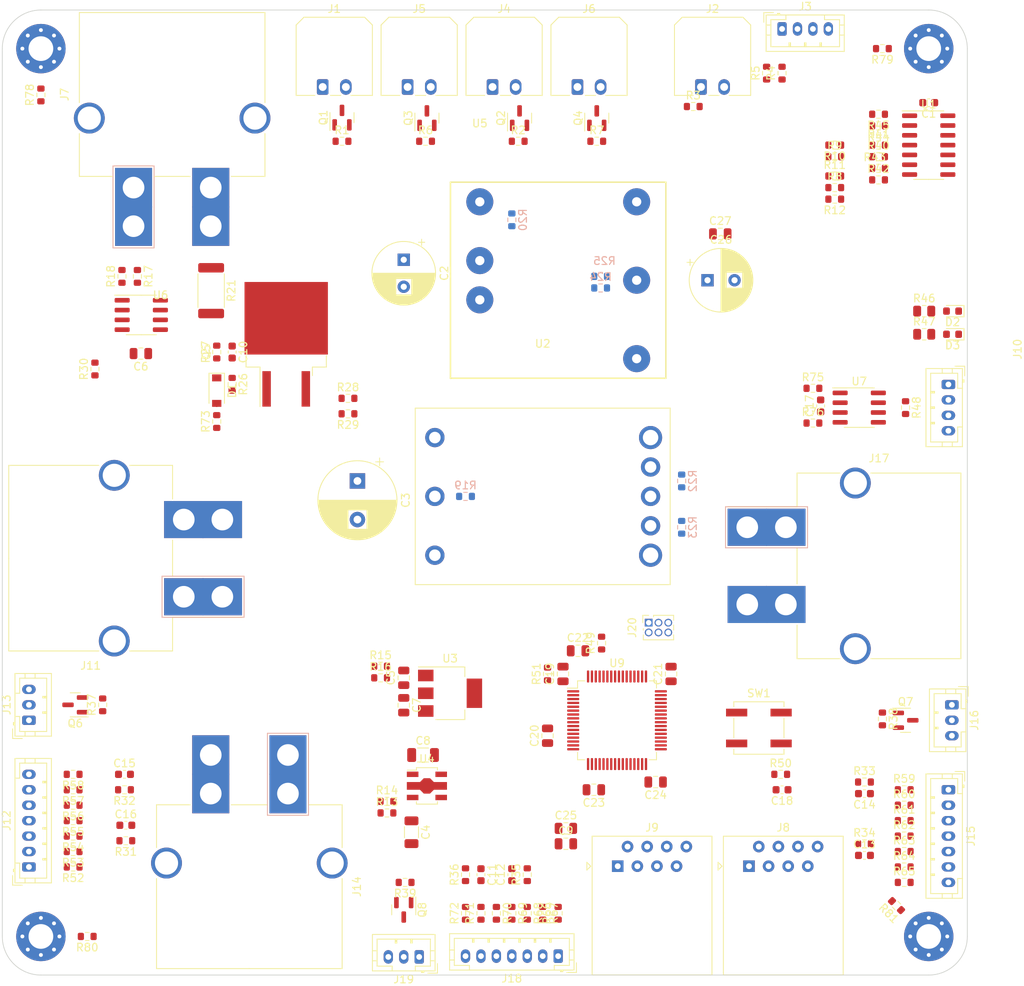
<source format=kicad_pcb>
(kicad_pcb (version 20211014) (generator pcbnew)
  (layers (0 "F.Cu" mixed) (1 "In1.Cu" power) (2 "In2.Cu" power) (31 "B.Cu" mixed) (34 "B.Paste" user) (35 "F.Paste" user) (36 "B.SilkS" user "B.Silkscreen") (37 "F.SilkS" user "F.Silkscreen") (38 "B.Mask" user) (39 "F.Mask" user) (44 "Edge.Cuts" user))
  (net 0 "")
  (net 1 "/BATT_RAW")
  (net 2 "GND")
  (net 3 "/BATT_PROT")
  (net 4 "Net-(J12-Pad1)")
  (net 5 "Net-(J12-Pad2)")
  (net 6 "Net-(J12-Pad3)")
  (net 7 "Net-(J12-Pad4)")
  (net 8 "Net-(J12-Pad5)")
  (net 9 "Net-(J12-Pad6)")
  (net 10 "Net-(J12-Pad7)")
  (net 11 "Net-(J15-Pad1)")
  (net 12 "Net-(J15-Pad2)")
  (net 13 "Net-(J15-Pad3)")
  (net 14 "Net-(J15-Pad4)")
  (net 15 "Net-(J15-Pad5)")
  (net 16 "Net-(J15-Pad6)")
  (net 17 "Net-(J15-Pad7)")
  (net 18 "Net-(J18-Pad1)")
  (net 19 "Net-(J18-Pad2)")
  (net 20 "Net-(J18-Pad3)")
  (net 21 "Net-(J18-Pad4)")
  (net 22 "Net-(J18-Pad5)")
  (net 23 "Net-(J18-Pad6)")
  (net 24 "Net-(J18-Pad7)")
  (net 25 "/LAMP1_ON")
  (net 26 "Net-(J1-Pad2)")
  (net 27 "/LAMP3_ON")
  (net 28 "Net-(C6-Pad1)")
  (net 29 "/LAMP2_ON")
  (net 30 "Net-(C10-Pad1)")
  (net 31 "/LAMP4_ON")
  (net 32 "/ESC3_ADC2")
  (net 33 "/ESC1_ON")
  (net 34 "/ESC1_SW2")
  (net 35 "/ESC1_SW1")
  (net 36 "/ESC2_ON")
  (net 37 "/ESC2_SW2")
  (net 38 "/ESC2_SW1")
  (net 39 "/ESC3_ON")
  (net 40 "/ESC3_SW2")
  (net 41 "/ESC3_SW1")
  (net 42 "+12V")
  (net 43 "Net-(C5-Pad2)")
  (net 44 "+3V3")
  (net 45 "+5V")
  (net 46 "Net-(C4-Pad1)")
  (net 48 "/CAN_TX")
  (net 49 "/CAN_RX")
  (net 50 "Net-(J4-Pad2)")
  (net 51 "/CAN_L")
  (net 52 "/CAN_P")
  (net 53 "Net-(J5-Pad2)")
  (net 54 "Net-(R44-Pad1)")
  (net 55 "Net-(R45-Pad1)")
  (net 56 "Net-(R43-Pad2)")
  (net 57 "Net-(R42-Pad2)")
  (net 58 "Net-(R41-Pad2)")
  (net 59 "Net-(R40-Pad2)")
  (net 60 "/VBAT")
  (net 66 "/nRESET")
  (net 72 "/ESC2_ADC1_UNFILT")
  (net 73 "/ESC2_TX")
  (net 74 "/ESC2_RX")
  (net 75 "/ESC2_ADC2_UNFILT")
  (net 77 "/ESC1_ADC1_UNFILT")
  (net 78 "/ESC1_TX")
  (net 79 "/ESC1_RX")
  (net 80 "/ESC1_ADC2_UNFILT")
  (net 82 "/ESC3_TX")
  (net 83 "/ESC3_RX")
  (net 85 "/ESC3_ADC1_UNFILT")
  (net 86 "/ESC3_ADC2_UNFILT")
  (net 95 "/SWCLK")
  (net 96 "/SWDIO")
  (net 106 "Net-(R49-Pad1)")
  (net 109 "/ESC3_ADC1")
  (net 110 "/ESC2_ADC2")
  (net 111 "/ESC2_ADC1")
  (net 112 "/ESC1_ADC2")
  (net 113 "/ESC1_ADC1")
  (net 114 "Net-(D2-Pad2)")
  (net 115 "Net-(D3-Pad2)")
  (net 116 "/nESTOP1")
  (net 117 "Net-(J3-Pad1)")
  (net 118 "/ESTOP2")
  (net 119 "/nESTOP2")
  (net 120 "Net-(J6-Pad2)")
  (net 121 "Net-(R26-Pad2)")
  (net 127 "Net-(R75-Pad2)")
  (net 128 "Net-(R11-Pad2)")
  (net 129 "Net-(R10-Pad1)")
  (net 130 "+24V")
  (net 131 "/SYS_ON")
  (net 133 "Net-(R19-Pad2)")
  (net 134 "Net-(R20-Pad2)")
  (net 135 "Net-(R22-Pad1)")
  (net 136 "Net-(R24-Pad1)")
  (net 137 "Net-(D1-Pad1)")
  (net 138 "Net-(R28-Pad2)")
  (net 139 "/BATT_GOOD")
  (net 140 "/LED2")
  (net 141 "/LED1")
  (net 142 "/ESC1_5V")
  (net 143 "/ESC1_3V3")
  (net 144 "/ESC1_GND")
  (net 145 "/ESC2_5V")
  (net 146 "/ESC2_3V3")
  (net 147 "/ESC2_GND")
  (net 148 "/ESC3_5V")
  (net 149 "/ESC3_3V3")
  (net 150 "/ESC3_GND")
  (net 151 "Net-(D1-Pad2)")
  (net 152 "/RX_P")
  (net 153 "/RX_N")
  (net 154 "/TX_P")
  (net 157 "/TX_N")
  (net 160 "Net-(R76-Pad2)")
  (net 161 "Net-(U6-Pad7)")
  (net 162 "Net-(H1-Pad1)")
  (net 163 "Net-(H2-Pad1)")
  (net 164 "Net-(H3-Pad1)")
  (net 165 "Net-(H4-Pad1)")
  (footprint "Resistor_SMD:R_0603_1608Metric" (layer "F.Cu") (at 55 61 90)
    (fp_text reference "R78")
    (fp_text value "0")
  )
  (footprint "Resistor_SMD:R_0603_1608Metric" (layer "F.Cu") (at 157.825 73)
    (fp_text reference "R8")
    (fp_text value "1k")
  )
  (footprint "Resistor_SMD:R_0603_1608Metric" (layer "F.Cu") (at 155 103.5)
    (fp_text reference "R76")
    (fp_text value "0")
  )
  (footprint "Capacitor_SMD:C_0603_1608Metric" (layer "F.Cu") (at 79.775 94.3 -90)
    (fp_text reference "C10")
    (fp_text value "??nF")
  )
  (footprint "Capacitor_SMD:C_0805_2012Metric" (layer "F.Cu") (at 126.625 151 180)
    (fp_text reference "C23")
    (fp_text value "0.1uF")
  )
  (footprint "Connector_PinSocket_1.27mm:PinSocket_2x03_P1.27mm_Vertical" (layer "F.Cu") (at 133.725 129.355 90)
    (fp_text reference "J20")
    (fp_text value "SWD")
  )
  (footprint "Connector_JST:JST_PH_B7B-PH-K_1x07_P2.00mm_Vertical" (layer "F.Cu") (at 122 172.55 180)
    (fp_text reference "J18")
    (fp_text value "ESC3_CTRL")
  )
  (footprint "Capacitor_SMD:C_0805_2012Metric" (layer "F.Cu") (at 122.625 136 90)
    (fp_text reference "C19")
    (fp_text value "0.1uF")
  )
  (footprint "Resistor_SMD:R_0603_1608Metric" (layer "F.Cu") (at 166.825 153)
    (fp_text reference "R60")
    (fp_text value "0")
  )
  (footprint "Resistor_SMD:R_0603_1608Metric" (layer "F.Cu") (at 164 141.825 -90)
    (fp_text reference "R38")
    (fp_text value "1k")
  )
  (footprint "Resistor_SMD:R_0603_1608Metric" (layer "F.Cu") (at 166.825 159)
    (fp_text reference "R63")
    (fp_text value "0")
  )
  (footprint "Capacitor_SMD:C_0805_2012Metric" (layer "F.Cu") (at 102 140.05 -90)
    (fp_text reference "C7")
    (fp_text value "2.2uF")
  )
  (footprint "Package_TO_SOT_SMD:SOT-23" (layer "F.Cu") (at 117 64 90)
    (fp_text reference "Q2")
    (fp_text value "2N7002")
  )
  (footprint "Resistor_SMD:R_0603_1608Metric" (layer "F.Cu") (at 59.175 157 180)
    (fp_text reference "R54")
    (fp_text value "0")
  )
  (footprint "Capacitor_SMD:C_0805_2012Metric" (layer "F.Cu") (at 120.625 144 90)
    (fp_text reference "C20")
    (fp_text value "0.1uF")
  )
  (footprint "Package_TO_SOT_SMD:SOT-89-5" (layer "F.Cu") (at 105 150.5)
    (fp_text reference "U4")
    (fp_text value "MCP1804x-3302xMT")
  )
  (footprint "Connector_Molex:Molex_Micro-Fit_3.0_43650-0200_1x02_P3.00mm_Horizontal" (layer "F.Cu") (at 113.5 59.97)
    (fp_text reference "J4")
    (fp_text value "Lamp 3 Out")
  )
  (footprint "Resistor_SMD:R_0603_1608Metric" (layer "F.Cu") (at 157.825 69)
    (fp_text reference "R9")
    (fp_text value "1k")
  )
  (footprint "Resistor_SMD:R_0603_1608Metric" (layer "F.Cu") (at 122 167 90)
    (fp_text reference "R66")
    (fp_text value "0")
  )
  (footprint "Capacitor_SMD:C_1206_3216Metric" (layer "F.Cu") (at 103 156.5 -90)
    (fp_text reference "C4")
    (fp_text value "1uF")
  )
  (footprint "Connector_Molex:Molex_Mini-Fit_Sr_42820-22XX_1x02_P10.00mm_Horizontal" (layer "F.Cu") (at 87 146.495 -90)
    (fp_text reference "J14")
    (fp_text value "ESC2_PWR")
  )
  (footprint "Capacitor_SMD:C_0805_2012Metric" (layer "F.Cu") (at 67.95 94.5 180)
    (fp_text reference "C6")
    (fp_text value "??nF")
  )
  (footprint "Package_QFP:LQFP-64_10x10mm_P0.5mm" (layer "F.Cu") (at 129.625 142)
    (fp_text reference "U9")
    (fp_text value "STM32F334R8Tx")
  )
  (footprint "Capacitor_SMD:C_0805_2012Metric" (layer "F.Cu") (at 123 156)
    (fp_text reference "C25")
    (fp_text value "4.7uF")
  )
  (footprint "Resistor_SMD:R_2512_6332Metric" (layer "F.Cu") (at 77.05 86.35 -90)
    (fp_text reference "R21")
    (fp_text value "1")
  )
  (footprint "Resistor_SMD:R_0603_1608Metric" (layer "F.Cu") (at 149 58.175 90)
    (fp_text reference "R5")
    (fp_text value "0")
  )
  (footprint "Package_TO_SOT_SMD:SOT-23" (layer "F.Cu") (at 59.45 140 180)
    (fp_text reference "Q6")
    (fp_text value "2N7002")
  )
  (footprint "Connector_JST:JST_PH_B3B-PH-K_1x03_P2.00mm_Vertical" (layer "F.Cu") (at 53.45 142 90)
    (fp_text reference "J13")
    (fp_text value "ESC1_SW")
  )
  (footprint "Resistor_SMD:R_0805_2012Metric" (layer "F.Cu") (at 169.4125 89)
    (fp_text reference "R46")
    (fp_text value "330")
  )
  (footprint "Capacitor_SMD:C_0603_1608Metric" (layer "F.Cu") (at 161.675 159.5)
    (fp_text reference "C13")
    (fp_text value "10nF")
  )
  (footprint "Resistor_SMD:R_0603_1608Metric" (layer "F.Cu") (at 99.825 152.5)
    (fp_text reference "R14")
    (fp_text value "0")
  )
  (footprint "Resistor_SMD:R_0603_1608Metric" (layer "F.Cu") (at 67.5 84.5 -90)
    (fp_text reference "R17")
    (fp_text value "???")
  )
  (footprint "Resistor_SMD:R_0603_1608Metric" (layer "F.Cu") (at 59.175 159 180)
    (fp_text reference "R53")
    (fp_text value "0")
  )
  (footprint "Resistor_SMD:R_0603_1608Metric" (layer "F.Cu") (at 163.5 70.5)
    (fp_text reference "R43")
    (fp_text value "0")
  )
  (footprint "Resistor_SMD:R_0603_1608Metric" (layer "F.Cu") (at 127.625 132 90)
    (fp_text reference "R49")
    (fp_text value "1k")
  )
  (footprint "Resistor_SMD:R_0603_1608Metric" (layer "F.Cu") (at 118 167 -90)
    (fp_text reference "R68")
    (fp_text value "0")
  )
  (footprint "Capacitor_THT:CP_Radial_D8.0mm_P3.50mm" (layer "F.Cu") (at 102 82.347349 -90)
    (fp_text reference "C2")
    (fp_text value "33uF")
  )
  (footprint "Resistor_SMD:R_0603_1608Metric" (layer "F.Cu") (at 139.5 62.5)
    (fp_text reference "R3")
    (fp_text value "1k")
  )
  (footprint "Resistor_SMD:R_0603_1608Metric" (layer "F.Cu") (at 94.775 102.3 180)
    (fp_text reference "R29")
    (fp_text value "???")
  )
  (footprint "Capacitor_SMD:C_0805_2012Metric" (layer "F.Cu") (at 134.625 150 180)
    (fp_text reference "C24")
    (fp_text value "0.1uF")
  )
  (footprint "interstate_footprints:SHHD001A3B" (layer "F.Cu") (at 111.85 74.84)
    (fp_text reference "U5")
    (fp_text value "SHHD001A3B41Z")
  )
  (footprint "Connector_JST:JST_PH_B4B-PH-K_1x04_P2.00mm_Vertical" (layer "F.Cu") (at 151 52.45)
    (fp_text reference "J3")
    (fp_text value "ESTOP2")
  )
  (footprint "Resistor_SMD:R_0603_1608Metric" (layer "F.Cu") (at 165.825 166 135)
    (fp_text reference "R81")
    (fp_text value "0")
  )
  (footprint "Resistor_SMD:R_0603_1608Metric" (layer "F.Cu") (at 157.825 74.5 180)
    (fp_text reference "R12")
    (fp_text value "1k")
  )
  (footprint "Capacitor_SMD:C_0805_2012Metric" (layer "F.Cu") (at 136.625 136 90)
    (fp_text reference "C21")
    (fp_text value "0.1uF")
  )
  (footprint "Connector_Molex:Molex_Mini-Fit_Sr_42820-22XX_1x02_P10.00mm_Horizontal" (layer "F.Cu") (at 78.505 126 180)
    (fp_text reference "J11")
    (fp_text value "ESC1_PWR")
  )
  (footprint "Resistor_SMD:R_0603_1608Metric" (layer "F.Cu") (at 166.825 161)
    (fp_text reference "R64")
    (fp_text value "0")
  )
  (footprint "Capacitor_SMD:C_1206_3216Metric" (layer "F.Cu") (at 104.5 146.5)
    (fp_text reference "C8")
    (fp_text value "1uF")
  )
  (footprint "Resistor_SMD:R_0603_1608Metric" (layer "F.Cu") (at 163.5 72)
    (fp_text reference "R42")
    (fp_text value "0")
  )
  (footprint "Resistor_SMD:R_0603_1608Metric" (layer "F.Cu") (at 166.825 155)
    (fp_text reference "R61")
    (fp_text value "0")
  )
  (footprint "Capacitor_SMD:C_0805_2012Metric" (layer "F.Cu") (at 102 136.5 90)
    (fp_text reference "C5")
    (fp_text value "2.2uF")
  )
  (footprint "Resistor_SMD:R_0603_1608Metric" (layer "F.Cu") (at 116 167 -90)
    (fp_text reference "R69")
    (fp_text value "0")
  )
  (footprint "Connector_JST:JST_PH_B3B-PH-K_1x03_P2.00mm_Vertical" (layer "F.Cu") (at 104 172.65 180)
    (fp_text reference "J19")
    (fp_text value "ESC3_SW")
  )
  (footprint "Capacitor_THT:CP_Radial_D8.0mm_P3.50mm" (layer "F.Cu") (at 141.347349 85)
    (fp_text reference "C26")
    (fp_text value "33uF")
  )
  (footprint "Resistor_SMD:R_0603_1608Metric" (layer "F.Cu") (at 63 140 90)
    (fp_text reference "R37")
    (fp_text value "1k")
  )
  (footprint "Connector_JST:JST_PH_B3B-PH-K_1x03_P2.00mm_Vertical" (layer "F.Cu") (at 173 140 -90)
    (fp_text reference "J16")
    (fp_text value "ESC2_SW")
  )
  (footprint "Connector_RJ:RJ45_Amphenol_54602-x08_Horizontal" (layer "F.Cu") (at 129.7175 160.9)
    (fp_text reference "J9")
    (fp_text value "RJ45")
  )
  (footprint "MountingHole:MountingHole_3.2mm_M3_Pad_Via" (layer "F.Cu") (at 55 170)
    (fp_text reference "H3" hide)
    (fp_text value "M3")
  )
  (footprint "Resistor_SMD:R_0603_1608Metric" (layer "F.Cu") (at 59.175 161 180)
    (fp_text reference "R52")
    (fp_text value "0")
  )
  (footprint "Resistor_SMD:R_0603_1608Metric" (layer "F.Cu") (at 79.775 98.475 -90)
    (fp_text reference "R26")
    (fp_text value "10")
  )
  (footprint "Resistor_SMD:R_0603_1608Metric" (layer "F.Cu") (at 161.675 158)
    (fp_text reference "R34")
    (fp_text value "1k")
  )
  (footprint "Resistor_SMD:R_0603_1608Metric" (layer "F.Cu") (at 151 58.175 90)
    (fp_text reference "R4")
    (fp_text value "0")
  )
  (footprint "Resistor_SMD:R_0603_1608Metric" (layer "F.Cu") (at 94 67)
    (fp_text reference "R1")
    (fp_text value "1k")
  )
  (footprint "Connector_Molex:Molex_Micro-Fit_3.0_43650-0200_1x02_P3.00mm_Horizontal" (layer "F.Cu") (at 102.5 59.97)
    (fp_text reference "J5")
    (fp_text value "Lamp 2 Out")
  )
  (footprint "Resistor_SMD:R_0603_1608Metric" (layer "F.Cu") (at 166.825 163)
    (fp_text reference "R65")
    (fp_text value "0")
  )
  (footprint "Resistor_SMD:R_0603_1608Metric" (layer "F.Cu") (at 120.625 136 90)
    (fp_text reference "R51")
    (fp_text value "0")
  )
  (footprint "MountingHole:MountingHole_3.2mm_M3_Pad_Via" (layer "F.Cu") (at 55 55)
    (fp_text reference "H1" hide)
    (fp_text value "M3")
  )
  (footprint "Diode_SMD:D_SOD-123" (layer "F.Cu") (at 77.775 99.3 -90)
    (fp_text reference "D1")
    (fp_text value "PN")
  )
  (footprint "Resistor_SMD:R_0603_1608Metric" (layer "F.Cu") (at 59.175 153 180)
    (fp_text reference "R56")
    (fp_text value "0")
  )
  (footprint "Capacitor_THT:CP_Radial_D10.0mm_P5.00mm" (layer "F.Cu") (at 96 111 -90)
    (fp_text reference "C3")
    (fp_text value "100uF")
  )
  (footprint "MountingHole:MountingHole_3.2mm_M3_Pad_Via" (layer "F.Cu") (at 170 55)
    (fp_text reference "H2" hide)
    (fp_text value "M3")
  )
  (footprint "Resistor_SMD:R_0603_1608Metric" (layer "F.Cu") (at 99 135)
    (fp_text reference "R15")
    (fp_text value "0")
  )
  (footprint "Resistor_SMD:R_0603_1608Metric" (layer "F.Cu") (at 116.825 67)
    (fp_text reference "R2")
    (fp_text value "1k")
  )
  (footprint "Capacitor_SMD:C_0603_1608Metric" (layer "F.Cu") (at 116 162 90)
    (fp_text reference "C12")
    (fp_text value "10nF")
  )
  (footprint "Resistor_SMD:R_0603_1608Metric" (layer "F.Cu") (at 166.825 157)
    (fp_text reference "R62")
    (fp_text value "0")
  )
  (footprint "Resistor_SMD:R_0603_1608Metric" (layer "F.Cu") (at 65.5 84.5 90)
    (fp_text reference "R18")
    (fp_text value "???")
  )
  (footprint "Package_TO_SOT_SMD:SOT-23" (layer "F.Cu") (at 102 166.55 -90)
    (fp_text reference "Q8")
    (fp_text value "2N7002")
  )
  (footprint "Resistor_SMD:R_0603_1608Metric" (layer "F.Cu") (at 94.775 100.3)
    (fp_text reference "R28")
    (fp_text value "???")
  )
  (footprint "Capacitor_SMD:C_0603_1608Metric" (layer "F.Cu") (at 170 62 180)
    (fp_text reference "C1")
    (fp_text value "10nF")
  )
  (footprint "Package_TO_SOT_SMD:SOT-223" (layer "F.Cu") (at 108 138.5)
    (fp_text reference "U3")
    (fp_text value "MCP1792T")
  )
  (footprint "Capacitor_SMD:C_0805_2012Metric" (layer "F.Cu") (at 123 158)
    (fp_text reference "C9")
    (fp_text value "4.7uF")
  )
  (footprint "Package_SO:SOIC-14_3.9x8.7mm_P1.27mm" (layer "F.Cu") (at 170 67.5)
    (fp_text reference "U1")
    (fp_text value "LM339")
  )
  (footprint "Connector_Molex:Molex_Micro-Fit_3.0_43650-0200_1x02_P3.00mm_Horizontal" (layer "F.Cu") (at 140.5 59.97)
    (fp_text reference "J2")
    (fp_text value "ESTOP1")
  )
  (footprint "MountingHole:MountingHole_3.2mm_M3_Pad_Via" (layer "F.Cu") (at 170 170)
    (fp_text reference "H4" hide)
    (fp_text value "M3")
  )
  (footprint "Capacitor_SMD:C_0603_1608Metric" (layer "F.Cu") (at 151 151 180)
    (fp_text reference "C18")
    (fp_text value "10nF")
  )
  (footprint "Button_Switch_SMD:SW_SPST_B3SL-1022P" (layer "F.Cu") (at 148 143)
    (fp_text reference "SW1")
    (fp_text value "RST")
  )
  (footprint "Resistor_SMD:R_0603_1608Metric" (layer "F.Cu") (at 164 55 180)
    (fp_text reference "R79")
    (fp_text value "0")
  )
  (footprint "Capacitor_SMD:C_0805_2012Metric" (layer "F.Cu") (at 143 79)
    (fp_text reference "C27")
    (fp_text value "0.1uF")
  )
  (footprint "Connector_Molex:Molex_Mini-Fit_Sr_42820-22XX_1x02_P10.00mm_Horizontal" (layer "F.Cu") (at 67 78 90)
    (fp_text reference "J7")
    (fp_text value "Conn_01x02")
  )
  (footprint "LED_SMD:LED_0603_1608Metric" (layer "F.Cu") (at 173.0875 92 180)
    (fp_text reference "D3")
    (fp_text value "RED")
  )
  (footprint "Resistor_SMD:R_0603_1608Metric" (layer "F.Cu") (at 99 136.5)
    (fp_text reference "R16")
    (fp_text value "0")
  )
  (footprint "interstate_footprints:VCB4824SB0-30WR3" (layer "F.Cu") (at 120 113)
    (fp_text reference "U2")
    (fp_text value "VCB4824SBO")
  )
  (footprint "Resistor_SMD:R_0603_1608Metric" (layer "F.Cu") (at 157.825 71.5)
    (fp_text reference "R11")
    (fp_text value "1k")
  )
  (footprint "Connector_JST:JST_PH_B4B-PH-K_1x04_P2.00mm_Vertical" (layer "F.Cu") (at 172.55 98.5 -90)
    (fp_text reference "J10")
    (fp_text value "CAN")
  )
  (footprint "Package_SO:SOIC-8_3.9x4.9mm_P1.27mm" (layer "F.Cu") (at 161 101.5)
    (fp_text reference "U7")
    (fp_text value "SN65HVD232")
  )
  (footprint "Capacitor_SMD:C_0603_1608Metric" (layer "F.Cu") (at 65.825 149)
    (fp_text reference "C15")
    (fp_text value "10nF")
  )
  (footprint "Capacitor_SMD:C_0805_2012Metric" (layer "F.Cu") (at 124.575 133)
    (fp_text reference "C22")
    (fp_text value "0.1uF")
  )
  (footprint "Resistor_SMD:R_0603_1608Metric" (layer "F.Cu") (at 127 67)
    (fp_text reference "R7")
    (fp_text value "1k")
  )
  (footprint "Resistor_SMD:R_0603_1608Metric" (layer "F.Cu") (at 163.5 69)
    (fp_text reference "R40")
    (fp_text value "0")
  )
  (footprint "Resistor_SMD:R_0603_1608Metric" (layer "F.Cu") (at 61 170 180)
    (fp_text reference "R80")
    (fp_text value "0")
  )
  (footprint "Resistor_SMD:R_0603_1608Metric" (layer "F.Cu") (at 114 167 -90)
    (fp_text reference "R70")
    (fp_text value "0")
  )
  (footprint "Resistor_SMD:R_0603_1608Metric" (layer "F.Cu") (at 163.5 65 180)
    (fp_text reference "R44")
    (fp_text value "0")
  )
  (footprint "Resistor_SMD:R_0603_1608Metric" (layer "F.Cu") (at 110 167 90)
    (fp_text reference "R72")
    (fp_text value "0")
  )
  (footprint "Resistor_SMD:R_0805_2012Metric" (layer "F.Cu") (at 169.4125 92)
    (fp_text reference "R47")
    (fp_text value "330")
  )
  (footprint "Resistor_SMD:R_0603_1608Metric" (layer "F.Cu") (at 59.175 151 180)
    (fp_text reference "R57")
    (fp_text value "0")
  )
  (footprint "Resistor_SMD:R_0603_1608Metric" (layer "F.Cu") (at 59.175 149 180)
    (fp_text reference "R58")
    (fp_text value "0")
  )
  (footprint "Connector_RJ:RJ45_Amphenol_54602-x08_Horizontal" (layer "F.Cu") (at 146.7175 160.9)
    (fp_text reference "J8")
    (fp_text value "RJ45")
  )
  (footprint "Resistor_SMD:R_0603_1608Metric" (layer "F.Cu") (at 163.5 67.5)
    (fp_text reference "R41")
    (fp_text value "0")
  )
  (footprint "Capacitor_SMD:C_0603_1608Metric" (layer "F.Cu") (at 161.675 151.5 180)
    (fp_text reference "C14")
    (fp_text value "10nF")
  )
  (footprint "Resistor_SMD:R_0603_1608Metric" (layer "F.Cu") (at 104.825 67)
    (fp_text reference "R6")
    (fp_text value "1k")
  )
  (footprint "Resistor_SMD:R_0603_1608Metric" (layer "F.Cu") (at 112 167 90)
    (fp_text reference "R71")
    (fp_text value "0")
  )
  (footprint "Package_TO_SOT_SMD:SOT-23" (layer "F.Cu") (at 127 64 90)
    (fp_text reference "Q4")
    (fp_text value "2N7002")
  )
  (footprint "Resistor_SMD:R_0603_1608Metric" (layer "F.Cu") (at 77.775 103.3 90)
    (fp_text reference "R73")
    (fp_text value "1k")
  )
  (footprint "Package_TO_SOT_SMD:TO-263-2" (layer "F.Cu") (at 86.775 93.3 90)
    (fp_text reference "Q5")
    (fp_text value "Q_NMOS_GDS")
  )
  (footprint "Package_TO_SOT_SMD:SOT-23" (layer "F.Cu") (at 105 64 90)
    (fp_text reference "Q3")
    (fp_text value "2N7002")
  )
  (footprint "Resistor_SMD:R_0603_1608Metric" (layer "F.Cu") (at 62 96.5 90)
    (fp_text reference "R30")
    (fp_text value "1k")
  )
  (footprint "Connector_JST:JST_PH_B7B-PH-K_1x07_P2.00mm_Vertical" (layer "F.Cu") (at 172.55 151 -90)
    (fp_text reference "J15")
    (fp_text value "ESC2_CTRL")
  )
  (footprint "Resistor_SMD:R_0603_1608Metric" (layer "F.Cu") (at 157.825 67.5 180)
    (fp_text reference "R10")
    (fp_text value "1k")
  )
  (footprint "Resistor_SMD:R_0603_1608Metric" (layer "F.Cu") (at 102.175 163 180)
    (fp_text reference "R39")
    (fp_text value "1k")
  )
  (footprint "Resistor_SMD:R_0603_1608Metric" (layer "F.Cu") (at 150.825 149)
    (fp_text reference "R50")
    (fp_text value "1k")
  )
  (footprint "Capacitor_SMD:C_0603_1608Metric" (layer "F.Cu") (at 156 101.275 90)
    (fp_text reference "C17")
    (fp_text value "10nF")
  )
  (footprint "Capacitor_SMD:C_0603_1608Metric" (layer "F.Cu") (at 66 155.6)
    (fp_text reference "C16")
    (fp_text value "10nF")
  )
  (footprint "Resistor_SMD:R_0603_1608Metric" (layer "F.Cu") (at 120 167 -90)
    (fp_text reference "R67")
    (fp_text value "0")
  )
  (footprint "Resistor_SMD:R_0603_1608Metric" (layer "F.Cu") (at 65.825 151 180)
    (fp_text reference "R32")
    (fp_text value "1k")
  )
  (footprint "Resistor_SMD:R_0603_1608Metric" (layer "F.Cu") (at 99.825 154)
    (fp_text reference "R13")
    (fp_text value "0")
  )
  (footprint "Resistor_SMD:R_0603_1608Metric" (layer "F.Cu") (at 155 99)
    (fp_text reference "R75")
    (fp_text value "0")
  )
  (footprint "Package_TO_SOT_SMD:SOT-23" (layer "F.Cu") (at 167 142)
    (fp_text reference "Q7")
    (fp_text value "2N7002")
  )
  (footprint "Resistor_SMD:R_0603_1608Metric" (layer "F.Cu") (at 167 101.5 -90)
    (fp_text reference "R48")
    (fp_text value "120")
  )
  (footprint "Connector_Molex:Molex_Mini-Fit_Sr_42820-22XX_1x02_P10.00mm_Horizontal" (layer "F.Cu") (at 146.495 117)
    (fp_text reference "J17")
    (fp_text value "ESC3_PWR")
  )
  (footprint "Package_SO:SOIC-8_3.9x4.9mm_P1.27mm" (layer "F.Cu") (at 68 89.5)
    (fp_text reference "U6")
    (fp_text value "LT1641-1")
  )
  (footprint "Connector_Molex:Molex_Micro-Fit_3.0_43650-0200_1x02_P3.00mm_Horizontal" (layer "F.Cu") (at 124.5 59.97)
    (fp_text reference "J6")
    (fp_text value "Lamp 4 Out")
  )
  (footprint "LED_SMD:LED_0603_1608Metric" (layer "F.Cu") (at 173.0875 89 180)
    (fp_text reference "D2")
    (fp_text value "RED")
  )
  (footprint "Package_TO_SOT_SMD:SOT-23" (layer "F.Cu") (at 94 63.9375 90)
    (fp_text reference "Q1")
    (fp_text value "2N7002")
  )
  (footprint "Resistor_SMD:R_0603_1608Metric" (layer "F.Cu") (at 110 162 90)
    (fp_text reference "R36")
    (fp_text value "1k")
  )
  (footprint "Resistor_SMD:R_0603_1608Metric" (layer "F.Cu") (at 77.775 94.3 90)
    (fp_text reference "R27")
    (fp_text value "???")
  )
  (footprint "Resistor_SMD:R_0603_1608Metric" (layer "F.Cu") (at 118 162 90)
    (fp_text reference "R35")
    (fp_text value "1k")
  )
  (footprint "Resistor_SMD:R_0603_1608Metric" (layer "F.Cu") (at 166.825 151)
    (fp_text reference "R59")
    (fp_text value "0")
  )
  (footprint "Capacitor_SMD:C_0603_1608Metric" (layer "F.Cu") (at 112 162 -90)
    (fp_text reference "C11")
    (fp_text value "10nF")
  )
  (footprint "Resistor_SMD:R_0603_1608Metric" (layer "F.Cu") (at 66 157.6 180)
    (fp_text reference "R31")
    (fp_text value "1k")
  )
  (footprint "Resistor_SMD:R_0603_1608Metric" (layer "F.Cu") (at 59.175 155 180)
    (fp_text reference "R55")
    (fp_text value "0")
  )
  (footprint "Resistor_SMD:R_0603_1608Metric" (layer "F.Cu") (at 163.5 63.5 180)
    (fp_text reference "R45")
    (fp_text value "0")
  )
  (footprint "Resistor_SMD:R_0603_1608Metric" (layer "F.Cu") (at 161.675 150)
    (fp_text reference "R33")
    (fp_text value "1k")
  )
  (footprint "Connector_Molex:Molex_Micro-Fit_3.0_43650-0200_1x02_P3.00mm_Horizontal" (layer "F.Cu") (at 91.5 59.97)
    (fp_text reference "J1")
    (fp_text value "Lamp 1 Out")
  )
  (footprint "Connector_JST:JST_PH_B7B-PH-K_1x07_P2.00mm_Vertical" (layer "F.Cu") (at 53.45 161 90)
    (fp_text reference "J12")
    (fp_text value "ESC1_CTRL")
  )
  (footprint "Resistor_SMD:R_0603_1608Metric" (layer "B.Cu") (at 127.5 84.5)
    (fp_text reference "R25")
    (fp_text value "10k")
  )
  (footprint "Resistor_SMD:R_0603_1608Metric" (layer "B.Cu") (at 116 77.175 90)
    (fp_text reference "R20")
    (fp_text value "0")
  )
  (footprint "Resistor_SMD:R_0603_1608Metric" (layer "B.Cu") (at 110 113 180)
    (fp_text reference "R19")
    (fp_text value "0")
  )
  (footprint "Resistor_SMD:R_0603_1608Metric" (layer "B.Cu") (at 127.5 86 180)
    (fp_text reference "R24")
    (fp_text value "10k")
  )
  (footprint "Resistor_SMD:R_0603_1608Metric" (layer "B.Cu") (at 138 117 90)
    (fp_text reference "R23")
    (fp_text value "10k")
  )
  (footprint "Resistor_SMD:R_0603_1608Metric" (layer "B.Cu") (at 138 111 90)
    (fp_text reference "R22")
    (fp_text value "10k")
  )
  (gr_line (start 175 55) (end 175 170) (layer "Edge.Cuts") (width 0.1))
  (gr_line (start 50 55) (end 50 170) (layer "Edge.Cuts") (width 0.1))
  (gr_arc (start 50 55) (mid 51.464466 51.464466) (end 55 50) (layer "Edge.Cuts") (width 0.1))
  (gr_arc (start 175 170) (mid 173.535534 173.535534) (end 170 175) (layer "Edge.Cuts") (width 0.1))
  (gr_line (start 170 175) (end 55 175) (layer "Edge.Cuts") (width 0.1))
  (gr_arc (start 170 50) (mid 173.535534 51.464466) (end 175 55) (layer "Edge.Cuts") (width 0.1))
  (gr_line (start 55 50) (end 170 50) (layer "Edge.Cuts") (width 0.1))
  (gr_arc (start 55 175) (mid 51.464466 173.535534) (end 50 170) (layer "Edge.Cuts") (width 0.1))
  (segment (start 77.775 100.95) (end 77.775 101.3) (width 0.25) (layer "F.Cu") (net 151))
)
</source>
